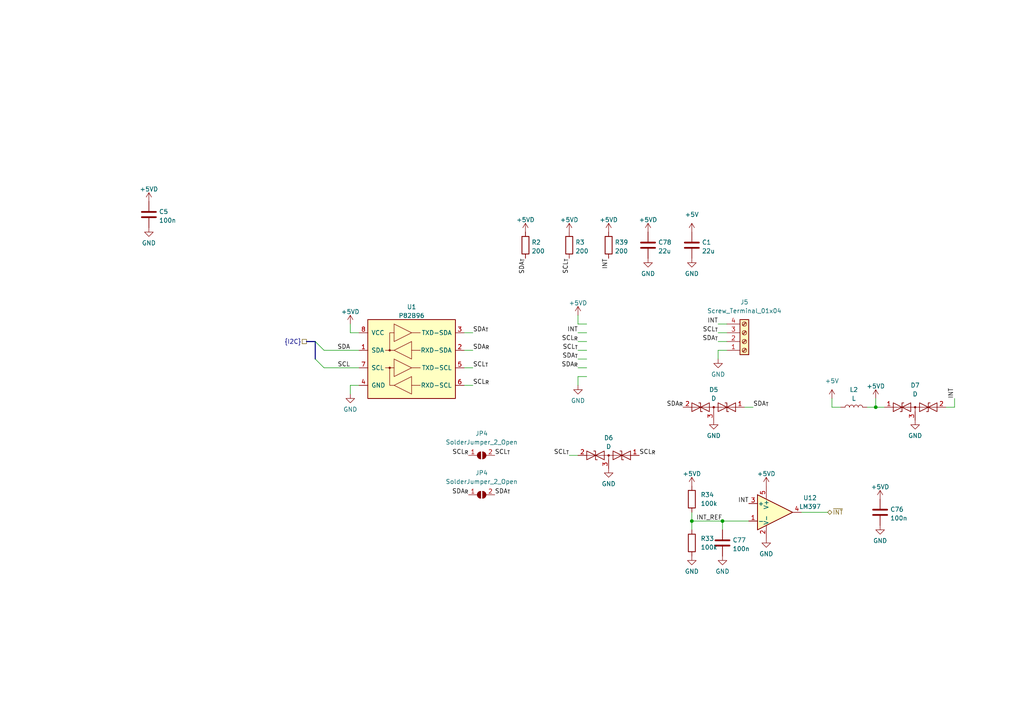
<source format=kicad_sch>
(kicad_sch (version 20230121) (generator eeschema)
  (paper "A4")
  (lib_symbols
    (symbol "Comparator:LM397" (pin_names (offset 0.127))
      (property "Reference" "U" (at 1.27 5.08 0))
      (property "Value" "LM397" (at 3.81 -5.08 0))
      (symbol "LM397_0_1"
        (polyline (pts (xy -5.08 5.08) (xy 5.08 0) (xy -5.08 -5.08) (xy -5.08 5.08)) (stroke (width 0.254)) (fill (type background)))
      )
      (symbol "LM397_1_1"
        (pin input line (at -7.62 -2.54 0) (length 2.54) (name "-") (number "1"))
        (pin power_in line (at -2.54 -7.62 90) (length 3.81) (name "V-") (number "2"))
        (pin input line (at -7.62 2.54 0) (length 2.54) (name "+") (number "3"))
        (pin open_collector line (at 7.62 0 180) (length 2.54) (name "~") (number "4"))
        (pin power_in line (at -2.54 7.62 270) (length 3.81) (name "V+") (number "5"))
      )
    )
    (symbol "Connector:Screw_Terminal_01x04" (pin_names (offset 1.016) hide)
      (property "Reference" "J" (at 0 5.08 0))
      (property "Value" "Screw_Terminal_01x04" (at 0 -7.62 0))
      (symbol "Screw_Terminal_01x04_1_1"
        (rectangle (start -1.27 3.81) (end 1.27 -6.35) (stroke (width 0.254)) (fill (type background)))
        (circle (center 0 -5.08) (radius 0.635) (stroke (width 0.1524)))
        (circle (center 0 -2.54) (radius 0.635) (stroke (width 0.1524)))
        (polyline (pts (xy -0.5334 -4.7498) (xy 0.3302 -5.588)) (stroke (width 0.1524)))
        (polyline (pts (xy -0.5334 -2.2098) (xy 0.3302 -3.048)) (stroke (width 0.1524)))
        (polyline (pts (xy -0.5334 0.3302) (xy 0.3302 -0.508)) (stroke (width 0.1524)))
        (polyline (pts (xy -0.5334 2.8702) (xy 0.3302 2.032)) (stroke (width 0.1524)))
        (polyline (pts (xy -0.3556 -4.572) (xy 0.508 -5.4102)) (stroke (width 0.1524)))
        (polyline (pts (xy -0.3556 -2.032) (xy 0.508 -2.8702)) (stroke (width 0.1524)))
        (polyline (pts (xy -0.3556 0.508) (xy 0.508 -0.3302)) (stroke (width 0.1524)))
        (polyline (pts (xy -0.3556 3.048) (xy 0.508 2.2098)) (stroke (width 0.1524)))
        (circle (center 0 0) (radius 0.635) (stroke (width 0.1524)))
        (circle (center 0 2.54) (radius 0.635) (stroke (width 0.1524)))
        (pin passive line (at -5.08 2.54 0) (length 3.81) (name "Pin_1") (number "1"))
        (pin passive line (at -5.08 0 0) (length 3.81) (name "Pin_2") (number "2"))
        (pin passive line (at -5.08 -2.54 0) (length 3.81) (name "Pin_3") (number "3"))
        (pin passive line (at -5.08 -5.08 0) (length 3.81) (name "Pin_4") (number "4"))
      )
    )
    (symbol "Device:C" (pin_numbers hide) (pin_names (offset 0.254))
      (property "Reference" "C" (at 0.635 2.54 0))
      (property "Value" "C" (at 0.635 -2.54 0))
      (symbol "C_0_1"
        (polyline (pts (xy -2.032 -0.762) (xy 2.032 -0.762)) (stroke (width 0.508)))
        (polyline (pts (xy -2.032 0.762) (xy 2.032 0.762)) (stroke (width 0.508)))
      )
      (symbol "C_1_1"
        (pin passive line (at 0 3.81 270) (length 2.794) (name "~") (number "1"))
        (pin passive line (at 0 -3.81 90) (length 2.794) (name "~") (number "2"))
      )
    )
    (symbol "Device:L" (pin_numbers hide) (pin_names (offset 1.016) hide)
      (property "Reference" "L" (at -1.27 0 90))
      (property "Value" "L" (at 1.905 0 90))
      (symbol "L_0_1"
        (arc (start 0 -2.54) (mid 0.6323 -1.905) (end 0 -1.27))
        (arc (start 0 -1.27) (mid 0.6323 -0.635) (end 0 0))
        (arc (start 0 0) (mid 0.6323 0.635) (end 0 1.27))
        (arc (start 0 1.27) (mid 0.6323 1.905) (end 0 2.54))
      )
      (symbol "L_1_1"
        (pin passive line (at 0 3.81 270) (length 1.27) (name "1") (number "1"))
        (pin passive line (at 0 -3.81 90) (length 1.27) (name "2") (number "2"))
      )
    )
    (symbol "Device:R" (pin_numbers hide) (pin_names (offset 0))
      (property "Reference" "R" (at 2.032 0 90))
      (property "Value" "R" (at 0 0 90))
      (symbol "R_0_1"
        (rectangle (start -1.016 -2.54) (end 1.016 2.54) (stroke (width 0.254)))
      )
      (symbol "R_1_1"
        (pin passive line (at 0 3.81 270) (length 1.27) (name "~") (number "1"))
        (pin passive line (at 0 -3.81 90) (length 1.27) (name "~") (number "2"))
      )
    )
    (symbol "Diode:SM712_SOT23" (pin_names (offset 1.016) hide)
      (property "Reference" "D" (at 0 4.445 0))
      (property "Value" "SM712_SOT23" (at 0 2.54 0))
      (symbol "SM712_SOT23_0_0"
        (polyline (pts (xy 0 -1.27) (xy 0 0)))
      )
      (symbol "SM712_SOT23_0_1"
        (polyline (pts (xy -6.35 0) (xy 6.35 0)))
        (polyline (pts (xy -3.302 1.27) (xy -3.81 1.27) (xy -3.81 -1.27) (xy -4.318 -1.27)) (stroke (width 0.2032)))
        (polyline (pts (xy 4.318 1.27) (xy 3.81 1.27) (xy 3.81 -1.27) (xy 3.302 -1.27)) (stroke (width 0.2032)))
        (polyline (pts (xy -6.35 -1.27) (xy -1.27 1.27) (xy -1.27 -1.27) (xy -6.35 1.27) (xy -6.35 -1.27)) (stroke (width 0.2032)))
        (polyline (pts (xy 1.27 -1.27) (xy 1.27 1.27) (xy 6.35 -1.27) (xy 6.35 1.27) (xy 1.27 -1.27)) (stroke (width 0.2032)))
        (circle (center 0 0) (radius 0.254) (fill (type outline)))
      )
      (symbol "SM712_SOT23_1_1"
        (pin passive line (at -8.89 0 0) (length 2.54) (name "A1") (number "1"))
        (pin passive line (at 8.89 0 180) (length 2.54) (name "A2") (number "2"))
        (pin input line (at 0 -3.81 90) (length 2.54) (name "common") (number "3"))
      )
    )
    (symbol "Interface_Expansion:P82B96" (pin_names (offset 1.016))
      (property "Reference" "U" (at -12.7 12.7 0))
      (property "Value" "P82B96" (at 5.08 12.7 0))
      (symbol "P82B96_0_1"
        (rectangle (start -12.7 11.43) (end 12.7 -11.43) (stroke (width 0.254)) (fill (type background)))
        (circle (center -6.35 -2.54) (radius 0.127))
        (circle (center -6.35 -2.54) (radius 0.254))
        (circle (center -6.35 2.54) (radius 0.127))
        (circle (center -6.35 2.54) (radius 0.254))
        (polyline (pts (xy -5.08 -2.54) (xy -7.62 -2.54)))
        (polyline (pts (xy 0 -7.62) (xy 2.54 -7.62)))
        (polyline (pts (xy 0 -2.54) (xy 2.54 -2.54)))
        (polyline (pts (xy -5.08 -7.62) (xy -6.35 -7.62) (xy -6.35 -2.54)))
        (polyline (pts (xy -5.08 2.54) (xy -7.62 2.54) (xy -7.62 2.54)))
        (polyline (pts (xy 0 7.62) (xy 2.54 7.62) (xy 2.54 7.62)))
        (polyline (pts (xy 2.54 2.54) (xy 0 2.54) (xy 0 2.54)))
        (polyline (pts (xy -6.35 2.54) (xy -6.35 7.62) (xy -5.08 7.62) (xy -5.08 7.62)))
        (polyline (pts (xy -5.08 0) (xy -5.08 -5.08) (xy 0 -2.54) (xy -5.08 0) (xy -5.08 0)))
        (polyline (pts (xy -5.08 10.16) (xy -5.08 5.08) (xy 0 7.62) (xy -5.08 10.16) (xy -5.08 10.16)))
        (polyline (pts (xy 0 -5.08) (xy -5.08 -7.62) (xy 0 -10.16) (xy 0 -5.08) (xy 0 -5.08)))
        (polyline (pts (xy 0 5.08) (xy -5.08 2.54) (xy 0 0) (xy 0 5.08) (xy 0 5.08)))
      )
      (symbol "P82B96_1_1"
        (pin bidirectional line (at -15.24 2.54 0) (length 2.54) (name "SDA") (number "1"))
        (pin input line (at 15.24 2.54 180) (length 2.54) (name "RXD-SDA") (number "2"))
        (pin output line (at 15.24 7.62 180) (length 2.54) (name "TXD-SDA") (number "3"))
        (pin power_in line (at -15.24 -7.62 0) (length 2.54) (name "GND") (number "4"))
        (pin output line (at 15.24 -2.54 180) (length 2.54) (name "TXD-SCL") (number "5"))
        (pin input line (at 15.24 -7.62 180) (length 2.54) (name "RXD-SCL") (number "6"))
        (pin bidirectional line (at -15.24 -2.54 0) (length 2.54) (name "SCL") (number "7"))
        (pin power_in line (at -15.24 7.62 0) (length 2.54) (name "VCC") (number "8"))
      )
    )
    (symbol "Jumper:SolderJumper_2_Open" (pin_names (offset 0) hide)
      (property "Reference" "JP" (at 0 2.032 0))
      (property "Value" "SolderJumper_2_Open" (at 0 -2.54 0))
      (symbol "SolderJumper_2_Open_0_1"
        (arc (start -0.254 1.016) (mid -1.2656 0) (end -0.254 -1.016))
        (arc (start -0.254 1.016) (mid -1.2656 0) (end -0.254 -1.016) (fill (type outline)))
        (polyline (pts (xy -0.254 1.016) (xy -0.254 -1.016)))
        (polyline (pts (xy 0.254 1.016) (xy 0.254 -1.016)))
        (arc (start 0.254 -1.016) (mid 1.2656 0) (end 0.254 1.016))
        (arc (start 0.254 -1.016) (mid 1.2656 0) (end 0.254 1.016) (fill (type outline)))
      )
      (symbol "SolderJumper_2_Open_1_1"
        (pin passive line (at -3.81 0 0) (length 2.54) (name "A") (number "1"))
        (pin passive line (at 3.81 0 180) (length 2.54) (name "B") (number "2"))
      )
    )
    (symbol "power:+5V" (power) (pin_names (offset 0))
      (property "Value" "+5V" (at 0 3.556 0))
      (symbol "+5V_0_1"
        (polyline (pts (xy -0.762 1.27) (xy 0 2.54)))
        (polyline (pts (xy 0 0) (xy 0 2.54)))
        (polyline (pts (xy 0 2.54) (xy 0.762 1.27)))
      )
      (symbol "+5V_1_1"
        (pin power_in line (at 0 0 90) (length 0) hide (name "+5V") (number "1"))
      )
    )
    (symbol "power:+5VD" (power) (pin_names (offset 0))
      (property "Value" "+5VD" (at 0 3.556 0))
      (symbol "+5VD_0_1"
        (polyline (pts (xy -0.762 1.27) (xy 0 2.54)))
        (polyline (pts (xy 0 0) (xy 0 2.54)))
        (polyline (pts (xy 0 2.54) (xy 0.762 1.27)))
      )
      (symbol "+5VD_1_1"
        (pin power_in line (at 0 0 90) (length 0) hide (name "+5VD") (number "1"))
      )
    )
    (symbol "power:GND" (power) (pin_names (offset 0))
      (property "Value" "GND" (at 0 -3.81 0))
      (symbol "GND_0_1"
        (polyline (pts (xy 0 0) (xy 0 -1.27) (xy 1.27 -1.27) (xy 0 -2.54) (xy -1.27 -1.27) (xy 0 -1.27)))
      )
      (symbol "GND_1_1"
        (pin power_in line (at 0 0 270) (length 0) hide (name "GND") (number "1"))
      )
    )
  )
  (junction (at 200.66 151.13))
  (junction (at 209.55 151.13))
  (junction (at 254 118.11))
  (bus_entry (at 91.44 99.06) (size 2.54 2.54))
  (bus_entry (at 91.44 104.14) (size 2.54 2.54))
  (wire (pts (xy 167.64 109.22) (xy 167.64 111.76)))
  (wire (pts (xy 208.28 99.06) (xy 210.82 99.06)))
  (bus (pts (xy 88.9 99.06) (xy 91.44 99.06)))
  (wire (pts (xy 167.64 91.44) (xy 167.64 93.98)))
  (wire (pts (xy 101.6 93.98) (xy 101.6 96.52)))
  (wire (pts (xy 93.98 101.6) (xy 104.14 101.6)))
  (wire (pts (xy 274.32 118.11) (xy 276.86 118.11)))
  (wire (pts (xy 208.28 101.6) (xy 208.28 104.14)))
  (wire (pts (xy 101.6 111.76) (xy 101.6 114.3)))
  (wire (pts (xy 165.1 132.08) (xy 167.64 132.08)))
  (wire (pts (xy 104.14 111.76) (xy 101.6 111.76)))
  (wire (pts (xy 256.54 118.11) (xy 254 118.11)))
  (wire (pts (xy 240.03 148.59) (xy 232.41 148.59)))
  (wire (pts (xy 93.98 106.68) (xy 104.14 106.68)))
  (wire (pts (xy 254 118.11) (xy 254 115.57)))
  (wire (pts (xy 208.28 93.98) (xy 210.82 93.98)))
  (wire (pts (xy 167.64 101.6) (xy 170.18 101.6)))
  (wire (pts (xy 134.62 106.68) (xy 137.16 106.68)))
  (wire (pts (xy 170.18 109.22) (xy 167.64 109.22)))
  (wire (pts (xy 208.28 96.52) (xy 210.82 96.52)))
  (wire (pts (xy 134.62 111.76) (xy 137.16 111.76)))
  (wire (pts (xy 200.66 151.13) (xy 200.66 153.67)))
  (wire (pts (xy 200.66 151.13) (xy 209.55 151.13)))
  (wire (pts (xy 210.82 101.6) (xy 208.28 101.6)))
  (wire (pts (xy 200.66 148.59) (xy 200.66 151.13)))
  (wire (pts (xy 167.64 106.68) (xy 170.18 106.68)))
  (wire (pts (xy 251.46 118.11) (xy 254 118.11)))
  (wire (pts (xy 167.64 99.06) (xy 170.18 99.06)))
  (wire (pts (xy 241.3 118.11) (xy 243.84 118.11)))
  (wire (pts (xy 167.64 104.14) (xy 170.18 104.14)))
  (bus (pts (xy 91.44 99.06) (xy 91.44 104.14)))
  (wire (pts (xy 209.55 151.13) (xy 209.55 153.67)))
  (wire (pts (xy 241.3 115.57) (xy 241.3 118.11)))
  (wire (pts (xy 101.6 96.52) (xy 104.14 96.52)))
  (wire (pts (xy 209.55 151.13) (xy 217.17 151.13)))
  (wire (pts (xy 137.16 101.6) (xy 134.62 101.6)))
  (wire (pts (xy 167.64 96.52) (xy 170.18 96.52)))
  (wire (pts (xy 215.9 118.11) (xy 218.44 118.11)))
  (wire (pts (xy 167.64 93.98) (xy 170.18 93.98)))
  (wire (pts (xy 276.86 115.57) (xy 276.86 118.11)))
  (wire (pts (xy 134.62 96.52) (xy 137.16 96.52)))
  (label "SDA_{T}" (at 143.51 143.51 0))
  (label "SCL_{R}" (at 137.16 111.76 0))
  (label "SCL_{R}" (at 135.89 132.08 180))
  (label "SCL_{T}" (at 208.28 96.52 180))
  (label "SDA" (at 101.6 101.6 180))
  (label "SCL" (at 101.6 106.68 180))
  (label "SCL_{T}" (at 167.64 101.6 180))
  (label "SDA_{T}" (at 152.4 74.93 270))
  (label "SCL_{R}" (at 167.64 99.06 180))
  (label "INT" (at 208.28 93.98 180))
  (label "INT_REF" (at 201.93 151.13 0))
  (label "SDA_{R}" (at 135.89 143.51 180))
  (label "INT" (at 217.17 146.05 180))
  (label "SDA_{T}" (at 218.44 118.11 0))
  (label "SCL_{T}" (at 165.1 74.93 270))
  (label "SDA_{T}" (at 137.16 96.52 0))
  (label "SDA_{T}" (at 167.64 104.14 180))
  (label "SCL_{T}" (at 165.1 132.08 180))
  (label "INT" (at 276.86 115.57 90))
  (label "SDA_{R}" (at 167.64 106.68 180))
  (label "SCL_{T}" (at 137.16 106.68 0))
  (label "SCL_{R}" (at 185.42 132.08 0))
  (label "SDA_{T}" (at 208.28 99.06 180))
  (label "SDA_{R}" (at 198.12 118.11 180))
  (label "SDA_{R}" (at 137.16 101.6 0))
  (label "INT" (at 167.64 96.52 180))
  (label "INT" (at 176.53 74.93 270))
  (label "SCL_{T}" (at 143.51 132.08 0))
  (hierarchical_label "~{INT}" (shape tri_state) (at 240.03 148.59 0))
  (hierarchical_label "{I2C}" (shape passive) (at 88.9 99.06 180))
  (symbol (lib_id "power:GND") (at 265.43 121.92 0) (unit 1)
    (property "Reference" "#PWR037" (effects hide))
    (property "Value" "~" (at 265.43 126.3634 0))
  )
  (symbol (lib_id "Device:R") (at 200.66 157.48 0) (unit 1)
    (property "Reference" "R33" (at 203.2 156.21 0) (effects (justify left)))
    (property "Value" "100k" (at 203.2 158.75 0) (effects (justify left)))
    (property "Footprint" "Resistor_SMD:R_0603_1608Metric" (effects hide))
  )
  (symbol (lib_id "Jumper:SolderJumper_2_Open") (at 139.7 143.51 0) (unit 1)
    (property "Reference" "JP4" (at 139.7 137.16 0))
    (property "Value" "SolderJumper_2_Open" (at 139.7 139.7 0))
    (property "Footprint" "Jumper:SolderJumper-2_P1.3mm_Open_RoundedPad1.0x1.5mm" (effects hide))
    (instances (project "control_panel" (path "" (reference "JP4") (unit 1)) (path "" (reference "JP8") (unit 1))))
  )
  (symbol (lib_id "power:GND") (at 101.6 114.3 0) (unit 1)
    (property "Reference" "#PWR0112" (effects hide))
    (property "Value" "GND" (at 101.6 118.7434 0))
  )
  (symbol (lib_id "Device:R") (at 152.4 71.12 0) (unit 1)
    (property "Reference" "R2" (at 154.178 70.2853 0) (effects (justify left)))
    (property "Value" "200" (at 154.178 72.8222 0) (effects (justify left)))
    (property "Footprint" "Resistor_SMD:R_0805_2012Metric_Pad1.20x1.40mm_HandSolder" (effects hide))
  )
  (symbol (lib_id "power:+5V") (at 241.3 115.57 0) (unit 1)
    (property "Reference" "#PWR08" (effects hide))
    (property "Value" "+5V" (at 241.3 110.49 0))
    (instances (project "multi_led_driver" (path "" (reference "#PWR08") (unit 1))) (project "control_panel" (path "" (reference "#PWR09") (unit 1))))
  )
  (symbol (lib_id "Device:R") (at 200.66 144.78 0) (unit 1)
    (property "Reference" "R34" (at 203.2 143.51 0) (effects (justify left)))
    (property "Value" "100k" (at 203.2 146.05 0) (effects (justify left)))
    (property "Footprint" "Resistor_SMD:R_0603_1608Metric" (effects hide))
  )
  (symbol (lib_id "power:GND") (at 187.96 74.93 0) (unit 1)
    (property "Reference" "#PWR018" (effects hide))
    (property "Value" "GND" (at 187.96 79.3734 0))
  )
  (symbol (lib_id "Device:C") (at 209.55 157.48 0) (unit 1)
    (property "Reference" "C77" (at 212.471 156.6453 0) (effects (justify left)))
    (property "Value" "100n" (at 212.471 159.1822 0) (effects (justify left)))
    (property "Footprint" "Capacitor_SMD:C_0603_1608Metric" (effects hide))
  )
  (symbol (lib_id "Device:C") (at 200.66 71.12 0) (unit 1)
    (property "Reference" "C1" (at 203.581 70.2853 0) (effects (justify left)))
    (property "Value" "22u" (at 203.581 72.8222 0) (effects (justify left)))
    (property "Footprint" "Capacitor_SMD:C_0805_2012Metric" (effects hide))
  )
  (symbol (lib_id "power:+5VD") (at 167.64 91.44 0) (unit 1)
    (property "Reference" "#PWR03" (effects hide))
    (property "Value" "+5VD" (at 167.64 87.884 0))
  )
  (symbol (lib_id "power:+5V") (at 200.66 67.31 0) (unit 1)
    (property "Reference" "#PWR08" (effects hide))
    (property "Value" "+5V" (at 200.66 62.23 0))
    (instances (project "multi_led_driver" (path "" (reference "#PWR08") (unit 1))) (project "control_panel" (path "" (reference "#PWR022") (unit 1))))
  )
  (symbol (lib_id "power:+5VD") (at 255.27 144.78 0) (unit 1)
    (property "Reference" "#PWR042" (effects hide))
    (property "Value" "+5VD" (at 255.27 141.224 0))
  )
  (symbol (lib_id "power:+5VD") (at 200.66 140.97 0) (unit 1)
    (property "Reference" "#PWR041" (effects hide))
    (property "Value" "+5VD" (at 200.66 137.414 0))
  )
  (symbol (lib_id "power:+5VD") (at 222.25 140.97 0) (unit 1)
    (property "Reference" "#PWR038" (effects hide))
    (property "Value" "+5VD" (at 222.25 137.414 0))
  )
  (symbol (lib_id "Device:C") (at 43.18 62.23 0) (unit 1)
    (property "Reference" "C5" (at 46.101 61.3953 0) (effects (justify left)))
    (property "Value" "100n" (at 46.101 63.9322 0) (effects (justify left)))
    (property "Footprint" "Capacitor_SMD:C_0603_1608Metric" (effects hide))
  )
  (symbol (lib_id "power:+5VD") (at 165.1 67.31 0) (unit 1)
    (property "Reference" "#PWR010" (effects hide))
    (property "Value" "+5VD" (at 165.1 63.754 0))
  )
  (symbol (lib_id "Jumper:SolderJumper_2_Open") (at 139.7 132.08 0) (unit 1)
    (property "Reference" "JP4" (at 139.7 125.73 0))
    (property "Value" "SolderJumper_2_Open" (at 139.7 128.27 0))
    (property "Footprint" "Jumper:SolderJumper-2_P1.3mm_Open_RoundedPad1.0x1.5mm" (effects hide))
    (instances (project "control_panel" (path "" (reference "JP4") (unit 1)) (path "" (reference "JP7") (unit 1))))
  )
  (symbol (lib_id "Diode:SM712_SOT23") (at 207.01 118.11 0) (mirror y) (unit 1)
    (property "Reference" "D5" (at 207.01 113.03 0))
    (property "Value" "D" (at 207.01 115.57 0))
    (property "Footprint" "Package_TO_SOT_SMD:SOT-23_Handsoldering" (effects hide))
    (property "Datasheet" "https://www.littelfuse.com/~/media/electronics/datasheets/tvs_diode_arrays/littelfuse_tvs_diode_array_sm712_datasheet.pdf.pdf" (effects hide))
  )
  (symbol (lib_id "power:GND") (at 207.01 121.92 0) (unit 1)
    (property "Reference" "#PWR026" (effects hide))
    (property "Value" "~" (at 207.01 126.3634 0))
  )
  (symbol (lib_id "power:+5VD") (at 187.96 67.31 0) (unit 1)
    (property "Reference" "#PWR04" (effects hide))
    (property "Value" "+5VD" (at 187.96 63.754 0))
  )
  (symbol (lib_id "Device:C") (at 255.27 148.59 0) (unit 1)
    (property "Reference" "C76" (at 258.191 147.7553 0) (effects (justify left)))
    (property "Value" "100n" (at 258.191 150.2922 0) (effects (justify left)))
    (property "Footprint" "Capacitor_SMD:C_0603_1608Metric" (effects hide))
  )
  (symbol (lib_id "Comparator:LM397") (at 224.79 148.59 0) (unit 1)
    (property "Reference" "U12" (at 234.95 144.3991 0))
    (property "Value" "LM397" (at 234.95 146.9391 0))
    (property "Footprint" "Package_TO_SOT_SMD:SOT-23-5" (effects hide))
    (property "Datasheet" "http://www.ti.com/lit/ds/symlink/lm397.pdf" (effects hide))
  )
  (symbol (lib_id "Device:R") (at 176.53 71.12 0) (unit 1)
    (property "Reference" "R39" (at 178.308 70.2853 0) (effects (justify left)))
    (property "Value" "200" (at 178.308 72.8222 0) (effects (justify left)))
    (property "Footprint" "Resistor_SMD:R_0805_2012Metric_Pad1.20x1.40mm_HandSolder" (effects hide))
  )
  (symbol (lib_id "power:GND") (at 200.66 161.29 0) (unit 1)
    (property "Reference" "#PWR040" (effects hide))
    (property "Value" "~" (at 200.66 165.7334 0))
  )
  (symbol (lib_id "Connector:Screw_Terminal_01x04") (at 215.9 99.06 0) (mirror x) (unit 1)
    (property "Reference" "J5" (at 215.9 87.63 0))
    (property "Value" "Screw_Terminal_01x04" (at 215.9 90.17 0))
    (property "Footprint" "Connector_Phoenix_MC:PhoenixContact_MC_1,5_4-G-3.5_1x04_P3.50mm_Horizontal" (effects hide))
  )
  (symbol (lib_id "Device:L") (at 247.65 118.11 90) (unit 1)
    (property "Reference" "L2" (at 247.65 113.03 90))
    (property "Value" "L" (at 247.65 115.57 90))
    (property "Footprint" "Inductor_SMD:L_1210_3225Metric" (effects hide))
    (instances (project "multi_led_driver" (path "" (reference "L2") (unit 1))) (project "control_panel" (path "" (reference "L10") (unit 1))))
  )
  (symbol (lib_id "power:GND") (at 222.25 156.21 0) (unit 1)
    (property "Reference" "#PWR039" (effects hide))
    (property "Value" "~" (at 222.25 160.6534 0))
  )
  (symbol (lib_id "Diode:SM712_SOT23") (at 265.43 118.11 0) (unit 1)
    (property "Reference" "D7" (at 265.43 111.76 0))
    (property "Value" "D" (at 265.43 114.3 0))
    (property "Footprint" "Package_TO_SOT_SMD:SOT-23_Handsoldering" (effects hide))
    (property "Datasheet" "https://www.littelfuse.com/~/media/electronics/datasheets/tvs_diode_arrays/littelfuse_tvs_diode_array_sm712_datasheet.pdf.pdf" (effects hide))
  )
  (symbol (lib_id "power:GND") (at 176.53 135.89 0) (unit 1)
    (property "Reference" "#PWR07" (effects hide))
    (property "Value" "~" (at 176.53 140.3334 0))
  )
  (symbol (lib_id "power:GND") (at 208.28 104.14 0) (unit 1)
    (property "Reference" "#PWR0105" (effects hide))
    (property "Value" "~" (at 208.28 108.5834 0))
  )
  (symbol (lib_id "power:+5VD") (at 176.53 67.31 0) (unit 1)
    (property "Reference" "#PWR05" (effects hide))
    (property "Value" "+5VD" (at 176.53 63.754 0))
  )
  (symbol (lib_id "Diode:SM712_SOT23") (at 176.53 132.08 0) (mirror y) (unit 1)
    (property "Reference" "D6" (at 176.53 127 0))
    (property "Value" "D" (at 176.53 129.54 0))
    (property "Footprint" "Package_TO_SOT_SMD:SOT-23_Handsoldering" (effects hide))
    (property "Datasheet" "https://www.littelfuse.com/~/media/electronics/datasheets/tvs_diode_arrays/littelfuse_tvs_diode_array_sm712_datasheet.pdf.pdf" (effects hide))
  )
  (symbol (lib_id "power:+5VD") (at 152.4 67.31 0) (unit 1)
    (property "Reference" "#PWR019" (effects hide))
    (property "Value" "+5VD" (at 152.4 63.754 0))
  )
  (symbol (lib_id "power:+5VD") (at 43.18 58.42 0) (unit 1)
    (property "Reference" "#PWR08" (effects hide))
    (property "Value" "+5VD" (at 43.18 54.864 0))
  )
  (symbol (lib_id "power:+5VD") (at 101.6 93.98 0) (unit 1)
    (property "Reference" "#PWR02" (effects hide))
    (property "Value" "+5VD" (at 101.6 90.424 0))
  )
  (symbol (lib_id "power:GND") (at 209.55 161.29 0) (unit 1)
    (property "Reference" "#PWR044" (effects hide))
    (property "Value" "GND" (at 209.55 165.7334 0))
  )
  (symbol (lib_id "Interface_Expansion:P82B96") (at 119.38 104.14 0) (unit 1)
    (property "Reference" "U1" (at 119.38 89.0102 0))
    (property "Value" "P82B96" (at 119.38 91.5471 0))
    (property "Footprint" "Package_SO:SOIC-8_3.9x4.9mm_P1.27mm" (effects hide))
    (property "Datasheet" "http://www.nxp.com/documents/data_sheet/P82B96.pdf" (effects hide))
  )
  (symbol (lib_id "Device:R") (at 165.1 71.12 0) (unit 1)
    (property "Reference" "R3" (at 166.878 70.2853 0) (effects (justify left)))
    (property "Value" "200" (at 166.878 72.8222 0) (effects (justify left)))
    (property "Footprint" "Resistor_SMD:R_0805_2012Metric_Pad1.20x1.40mm_HandSolder" (effects hide))
  )
  (symbol (lib_id "power:GND") (at 43.18 66.04 0) (unit 1)
    (property "Reference" "#PWR0117" (effects hide))
    (property "Value" "GND" (at 43.18 70.4834 0))
  )
  (symbol (lib_id "power:GND") (at 167.64 111.76 0) (unit 1)
    (property "Reference" "#PWR01" (effects hide))
    (property "Value" "~" (at 167.64 116.2034 0))
  )
  (symbol (lib_id "power:GND") (at 255.27 152.4 0) (unit 1)
    (property "Reference" "#PWR043" (effects hide))
    (property "Value" "GND" (at 255.27 156.8434 0))
  )
  (symbol (lib_id "power:GND") (at 200.66 74.93 0) (unit 1)
    (property "Reference" "#PWR021" (effects hide))
    (property "Value" "GND" (at 200.66 79.3734 0))
  )
  (symbol (lib_id "power:+5VD") (at 254 115.57 0) (unit 1)
    (property "Reference" "#PWR045" (effects hide))
    (property "Value" "+5VD" (at 254 112.014 0))
  )
  (symbol (lib_id "Device:C") (at 187.96 71.12 0) (unit 1)
    (property "Reference" "C78" (at 190.881 70.2853 0) (effects (justify left)))
    (property "Value" "22u" (at 190.881 72.8222 0) (effects (justify left)))
    (property "Footprint" "Capacitor_SMD:C_0805_2012Metric" (effects hide))
  )
)
</source>
